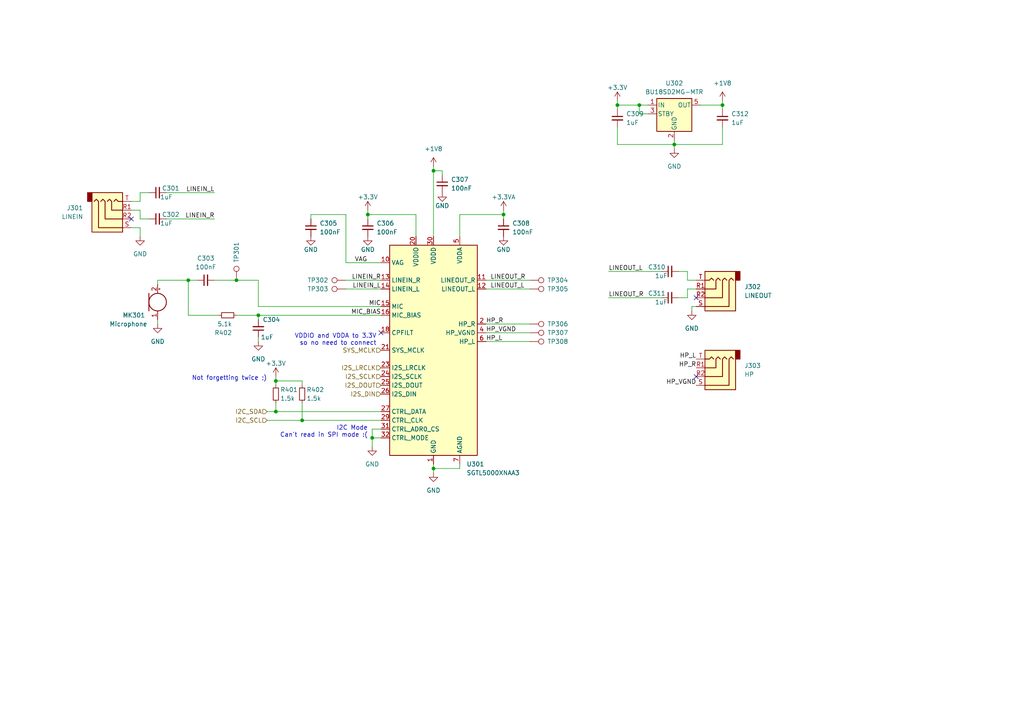
<source format=kicad_sch>
(kicad_sch (version 20230121) (generator eeschema)
  (paper "A4")
  (lib_symbols
    (symbol "Audio:SGTL5000XNAA3"
      (property "Reference" "U" (at 0 0 0))
      (property "Value" "SGTL5000XNAA3" (at -7.62 -31.75 0))
      (symbol "SGTL5000XNAA3_0_1"
        (rectangle (start -12.7 30.48) (end 12.7 -30.48) (stroke (width 0.254)) (fill (type background)))
      )
      (symbol "SGTL5000XNAA3_1_1"
        (pin power_in line (at 0 -33.02 90) (length 2.54) (name "GND") (number "1"))
        (pin passive line (at -15.24 25.4 0) (length 2.54) (name "VAG") (number "10"))
        (pin output line (at 15.24 20.32 180) (length 2.54) (name "LINEOUT_R") (number "11"))
        (pin output line (at 15.24 17.78 180) (length 2.54) (name "LINEOUT_L") (number "12"))
        (pin input line (at -15.24 20.32 0) (length 2.54) (name "LINEIN_R") (number "13"))
        (pin input line (at -15.24 17.78 0) (length 2.54) (name "LINEIN_L") (number "14"))
        (pin input line (at -15.24 12.7 0) (length 2.54) (name "MIC") (number "15"))
        (pin input line (at -15.24 10.16 0) (length 2.54) (name "MIC_BIAS") (number "16"))
        (pin no_connect line (at 10.16 -20.32 0) (length 2.54) hide (name "NC") (number "17"))
        (pin input line (at -15.24 5.08 0) (length 2.54) (name "CPFILT") (number "18"))
        (pin no_connect line (at 10.16 -2.54 0) (length 2.54) hide (name "NC") (number "19"))
        (pin output line (at 15.24 7.62 180) (length 2.54) (name "HP_R") (number "2"))
        (pin power_in line (at -5.08 33.02 270) (length 2.54) (name "VDDIO") (number "20"))
        (pin input line (at -15.24 0 0) (length 2.54) (name "SYS_MCLK") (number "21"))
        (pin no_connect line (at 10.16 -5.08 0) (length 2.54) hide (name "NC") (number "22"))
        (pin input line (at -15.24 -5.08 0) (length 2.54) (name "I2S_LRCLK") (number "23"))
        (pin input line (at -15.24 -7.62 0) (length 2.54) (name "I2S_SCLK") (number "24"))
        (pin output line (at -15.24 -10.16 0) (length 2.54) (name "I2S_DOUT") (number "25"))
        (pin input line (at -15.24 -12.7 0) (length 2.54) (name "I2S_DIN") (number "26"))
        (pin input line (at -15.24 -17.78 0) (length 2.54) (name "CTRL_DATA") (number "27"))
        (pin no_connect line (at 10.16 -7.62 0) (length 2.54) hide (name "NC") (number "28"))
        (pin input line (at -15.24 -20.32 0) (length 2.54) (name "CTRL_CLK") (number "29"))
        (pin passive line (at 0 -33.02 90) (length 2.54) hide (name "GND") (number "3"))
        (pin power_in line (at 0 33.02 270) (length 2.54) (name "VDDD") (number "30"))
        (pin input line (at -15.24 -22.86 0) (length 2.54) (name "CTRL_ADR0_CS") (number "31"))
        (pin input line (at -15.24 -25.4 0) (length 2.54) (name "CTRL_MODE") (number "32"))
        (pin passive line (at 0 -33.02 90) (length 2.54) hide (name "GND") (number "33"))
        (pin power_out line (at 15.24 5.08 180) (length 2.54) (name "HP_VGND") (number "4"))
        (pin power_in line (at 7.62 33.02 270) (length 2.54) (name "VDDA") (number "5"))
        (pin output line (at 15.24 2.54 180) (length 2.54) (name "HP_L") (number "6"))
        (pin power_in line (at 7.62 -33.02 90) (length 2.54) (name "AGND") (number "7"))
        (pin no_connect line (at 10.16 -15.24 0) (length 2.54) hide (name "NC") (number "8"))
        (pin no_connect line (at 10.16 -17.78 0) (length 2.54) hide (name "NC") (number "9"))
      )
    )
    (symbol "Connector:TestPoint" (pin_numbers hide) (pin_names (offset 0.762) hide)
      (property "Reference" "TP" (at 0 6.858 0))
      (property "Value" "TestPoint" (at 0 5.08 0))
      (symbol "TestPoint_0_1"
        (circle (center 0 3.302) (radius 0.762))
      )
      (symbol "TestPoint_1_1"
        (pin passive line (at 0 0 90) (length 2.54) (name "1") (number "1"))
      )
    )
    (symbol "Connector_Audio:AudioJack4"
      (property "Reference" "J" (at 0 8.89 0))
      (property "Value" "AudioJack4" (at 0 6.35 0))
      (symbol "AudioJack4_0_1"
        (rectangle (start -6.35 -5.08) (end -7.62 -7.62) (stroke (width 0.254)) (fill (type outline)))
        (polyline (pts (xy 0 -5.08) (xy 0.635 -5.715) (xy 1.27 -5.08) (xy 2.54 -5.08)) (stroke (width 0.254)))
        (polyline (pts (xy -5.715 -5.08) (xy -5.08 -5.715) (xy -4.445 -5.08) (xy -4.445 2.54) (xy 2.54 2.54)) (stroke (width 0.254)))
        (polyline (pts (xy -1.905 -5.08) (xy -1.27 -5.715) (xy -0.635 -5.08) (xy -0.635 -2.54) (xy 2.54 -2.54)) (stroke (width 0.254)))
        (polyline (pts (xy 2.54 0) (xy -2.54 0) (xy -2.54 -5.08) (xy -3.175 -5.715) (xy -3.81 -5.08)) (stroke (width 0.254)))
        (rectangle (start 2.54 3.81) (end -6.35 -7.62) (stroke (width 0.254)) (fill (type background)))
      )
      (symbol "AudioJack4_1_1"
        (pin passive line (at 5.08 -2.54 180) (length 2.54) (name "~") (number "R1"))
        (pin passive line (at 5.08 0 180) (length 2.54) (name "~") (number "R2"))
        (pin passive line (at 5.08 2.54 180) (length 2.54) (name "~") (number "S"))
        (pin passive line (at 5.08 -5.08 180) (length 2.54) (name "~") (number "T"))
      )
    )
    (symbol "Device:C_Small" (pin_numbers hide) (pin_names (offset 0.254) hide)
      (property "Reference" "C" (at 0.254 1.778 0))
      (property "Value" "C_Small" (at 0.254 -2.032 0))
      (symbol "C_Small_0_1"
        (polyline (pts (xy -1.524 -0.508) (xy 1.524 -0.508)) (stroke (width 0.3302)))
        (polyline (pts (xy -1.524 0.508) (xy 1.524 0.508)) (stroke (width 0.3048)))
      )
      (symbol "C_Small_1_1"
        (pin passive line (at 0 2.54 270) (length 2.032) (name "~") (number "1"))
        (pin passive line (at 0 -2.54 90) (length 2.032) (name "~") (number "2"))
      )
    )
    (symbol "Device:Microphone" (pin_names (offset 0.0254) hide)
      (property "Reference" "MK" (at -3.81 1.27 0))
      (property "Value" "Microphone" (at -3.81 -0.635 0))
      (symbol "Microphone_0_1"
        (polyline (pts (xy -2.54 2.54) (xy -2.54 -2.54)) (stroke (width 0.254)))
        (polyline (pts (xy 0.254 3.81) (xy 0.762 3.81)))
        (polyline (pts (xy 0.508 4.064) (xy 0.508 3.556)))
        (circle (center 0 0) (radius 2.54) (stroke (width 0.254)))
      )
      (symbol "Microphone_1_1"
        (pin passive line (at 0 -5.08 90) (length 2.54) (name "-") (number "1"))
        (pin passive line (at 0 5.08 270) (length 2.54) (name "+") (number "2"))
      )
    )
    (symbol "Device:R_Small" (pin_numbers hide) (pin_names (offset 0.254) hide)
      (property "Reference" "R" (at 0.762 0.508 0))
      (property "Value" "R_Small" (at 0.762 -1.016 0))
      (symbol "R_Small_0_1"
        (rectangle (start -0.762 1.778) (end 0.762 -1.778) (stroke (width 0.2032)))
      )
      (symbol "R_Small_1_1"
        (pin passive line (at 0 2.54 270) (length 0.762) (name "~") (number "1"))
        (pin passive line (at 0 -2.54 90) (length 0.762) (name "~") (number "2"))
      )
    )
    (symbol "WITNS_ROHM:BU18SD2MG-MTR" (pin_names (offset 0.254))
      (property "Reference" "U?" (at 0 9.525 0))
      (property "Value" "BU18SD2MG-MTR" (at 0 6.985 0))
      (symbol "BU18SD2MG-MTR_0_1"
        (rectangle (start -5.08 4.445) (end 5.08 -5.08) (stroke (width 0.254)) (fill (type background)))
      )
      (symbol "BU18SD2MG-MTR_1_1"
        (pin power_in line (at -7.62 2.54 0) (length 2.54) (name "IN") (number "1"))
        (pin power_in line (at 0 -7.62 90) (length 2.54) (name "GND") (number "2"))
        (pin input line (at -7.62 0 0) (length 2.54) (name "STBY") (number "3"))
        (pin no_connect line (at 5.08 0 180) (length 2.54) hide (name "NC") (number "4"))
        (pin power_out line (at 7.62 2.54 180) (length 2.54) (name "OUT") (number "5"))
      )
    )
    (symbol "power:+1V8" (power) (pin_names (offset 0))
      (property "Value" "+1V8" (at 0 3.556 0))
      (symbol "+1V8_0_1"
        (polyline (pts (xy -0.762 1.27) (xy 0 2.54)))
        (polyline (pts (xy 0 0) (xy 0 2.54)))
        (polyline (pts (xy 0 2.54) (xy 0.762 1.27)))
      )
      (symbol "+1V8_1_1"
        (pin power_in line (at 0 0 90) (length 0) hide (name "+1V8") (number "1"))
      )
    )
    (symbol "power:+3.3V" (power) (pin_names (offset 0))
      (property "Value" "+3.3V" (at 0 3.556 0))
      (symbol "+3.3V_0_1"
        (polyline (pts (xy -0.762 1.27) (xy 0 2.54)))
        (polyline (pts (xy 0 0) (xy 0 2.54)))
        (polyline (pts (xy 0 2.54) (xy 0.762 1.27)))
      )
      (symbol "+3.3V_1_1"
        (pin power_in line (at 0 0 90) (length 0) hide (name "+3.3V") (number "1"))
      )
    )
    (symbol "power:+3.3VA" (power) (pin_names (offset 0))
      (property "Value" "+3.3VA" (at 0 3.556 0))
      (symbol "+3.3VA_0_1"
        (polyline (pts (xy -0.762 1.27) (xy 0 2.54)))
        (polyline (pts (xy 0 0) (xy 0 2.54)))
        (polyline (pts (xy 0 2.54) (xy 0.762 1.27)))
      )
      (symbol "+3.3VA_1_1"
        (pin power_in line (at 0 0 90) (length 0) hide (name "+3.3VA") (number "1"))
      )
    )
    (symbol "power:GND" (power) (pin_names (offset 0))
      (property "Value" "GND" (at 0 -3.81 0))
      (symbol "GND_0_1"
        (polyline (pts (xy 0 0) (xy 0 -1.27) (xy 1.27 -1.27) (xy 0 -2.54) (xy -1.27 -1.27) (xy 0 -1.27)))
      )
      (symbol "GND_1_1"
        (pin power_in line (at 0 0 270) (length 0) hide (name "GND") (number "1"))
      )
    )
  )
  (junction (at 195.58 41.91))
  (junction (at 54.61 81.28))
  (junction (at 106.68 62.23))
  (junction (at 74.93 91.44))
  (junction (at 125.73 49.53))
  (junction (at 87.63 121.92))
  (junction (at 80.01 119.38))
  (junction (at 125.73 135.89))
  (junction (at 179.07 30.48))
  (junction (at 107.95 127))
  (junction (at 80.01 110.49))
  (junction (at 209.55 30.48))
  (junction (at 185.42 30.48))
  (junction (at 146.05 62.23))
  (junction (at 68.58 81.28))
  (no_connect (at 201.93 109.22))
  (no_connect (at 201.93 86.36))
  (no_connect (at 38.1 63.5))
  (no_connect (at 110.49 96.52))
  (wire (pts (xy 120.65 68.58) (xy 120.65 62.23)))
  (wire (pts (xy 100.33 76.2) (xy 100.33 62.23)))
  (wire (pts (xy 40.64 66.04) (xy 38.1 66.04)))
  (wire (pts (xy 203.2 30.48) (xy 209.55 30.48)))
  (wire (pts (xy 57.15 81.28) (xy 54.61 81.28)))
  (wire (pts (xy 209.55 31.75) (xy 209.55 30.48)))
  (wire (pts (xy 107.95 127) (xy 110.49 127)))
  (wire (pts (xy 74.93 97.79) (xy 74.93 99.06)))
  (wire (pts (xy 179.07 41.91) (xy 195.58 41.91)))
  (wire (pts (xy 80.01 116.84) (xy 80.01 119.38)))
  (wire (pts (xy 128.27 49.53) (xy 125.73 49.53)))
  (wire (pts (xy 196.85 78.74) (xy 199.39 78.74)))
  (wire (pts (xy 40.64 60.96) (xy 40.64 63.5)))
  (wire (pts (xy 48.26 63.5) (xy 62.23 63.5)))
  (wire (pts (xy 38.1 60.96) (xy 40.64 60.96)))
  (wire (pts (xy 80.01 110.49) (xy 87.63 110.49)))
  (wire (pts (xy 125.73 48.26) (xy 125.73 49.53)))
  (wire (pts (xy 68.58 81.28) (xy 62.23 81.28)))
  (wire (pts (xy 54.61 91.44) (xy 54.61 81.28)))
  (wire (pts (xy 179.07 31.75) (xy 179.07 30.48)))
  (wire (pts (xy 80.01 110.49) (xy 80.01 111.76)))
  (wire (pts (xy 80.01 109.22) (xy 80.01 110.49)))
  (wire (pts (xy 110.49 76.2) (xy 100.33 76.2)))
  (wire (pts (xy 199.39 81.28) (xy 201.93 81.28)))
  (wire (pts (xy 133.35 135.89) (xy 133.35 134.62)))
  (wire (pts (xy 187.96 33.02) (xy 185.42 33.02)))
  (wire (pts (xy 200.66 90.17) (xy 200.66 88.9)))
  (wire (pts (xy 140.97 83.82) (xy 153.67 83.82)))
  (wire (pts (xy 87.63 110.49) (xy 87.63 111.76)))
  (wire (pts (xy 140.97 81.28) (xy 153.67 81.28)))
  (wire (pts (xy 87.63 116.84) (xy 87.63 121.92)))
  (wire (pts (xy 43.18 55.88) (xy 40.64 55.88)))
  (wire (pts (xy 179.07 30.48) (xy 185.42 30.48)))
  (wire (pts (xy 199.39 78.74) (xy 199.39 81.28)))
  (wire (pts (xy 100.33 62.23) (xy 90.17 62.23)))
  (wire (pts (xy 87.63 121.92) (xy 110.49 121.92)))
  (wire (pts (xy 40.64 68.58) (xy 40.64 66.04)))
  (wire (pts (xy 128.27 50.8) (xy 128.27 49.53)))
  (wire (pts (xy 125.73 135.89) (xy 133.35 135.89)))
  (wire (pts (xy 106.68 60.96) (xy 106.68 62.23)))
  (wire (pts (xy 125.73 49.53) (xy 125.73 68.58)))
  (wire (pts (xy 209.55 30.48) (xy 209.55 29.21)))
  (wire (pts (xy 40.64 63.5) (xy 43.18 63.5)))
  (wire (pts (xy 77.47 119.38) (xy 80.01 119.38)))
  (wire (pts (xy 63.5 91.44) (xy 54.61 91.44)))
  (wire (pts (xy 68.58 91.44) (xy 74.93 91.44)))
  (wire (pts (xy 54.61 81.28) (xy 45.72 81.28)))
  (wire (pts (xy 140.97 96.52) (xy 153.67 96.52)))
  (wire (pts (xy 185.42 30.48) (xy 187.96 30.48)))
  (wire (pts (xy 90.17 62.23) (xy 90.17 63.5)))
  (wire (pts (xy 74.93 91.44) (xy 110.49 91.44)))
  (wire (pts (xy 48.26 55.88) (xy 62.23 55.88)))
  (wire (pts (xy 140.97 99.06) (xy 153.67 99.06)))
  (wire (pts (xy 125.73 134.62) (xy 125.73 135.89)))
  (wire (pts (xy 45.72 92.71) (xy 45.72 93.98)))
  (wire (pts (xy 100.33 81.28) (xy 110.49 81.28)))
  (wire (pts (xy 195.58 41.91) (xy 195.58 40.64)))
  (wire (pts (xy 185.42 33.02) (xy 185.42 30.48)))
  (wire (pts (xy 80.01 119.38) (xy 110.49 119.38)))
  (wire (pts (xy 199.39 83.82) (xy 201.93 83.82)))
  (wire (pts (xy 179.07 36.83) (xy 179.07 41.91)))
  (wire (pts (xy 176.53 86.36) (xy 191.77 86.36)))
  (wire (pts (xy 146.05 62.23) (xy 146.05 63.5)))
  (wire (pts (xy 179.07 30.48) (xy 179.07 29.21)))
  (wire (pts (xy 209.55 41.91) (xy 195.58 41.91)))
  (wire (pts (xy 45.72 81.28) (xy 45.72 82.55)))
  (wire (pts (xy 195.58 43.18) (xy 195.58 41.91)))
  (wire (pts (xy 146.05 60.96) (xy 146.05 62.23)))
  (wire (pts (xy 199.39 86.36) (xy 199.39 83.82)))
  (wire (pts (xy 209.55 36.83) (xy 209.55 41.91)))
  (wire (pts (xy 77.47 121.92) (xy 87.63 121.92)))
  (wire (pts (xy 74.93 91.44) (xy 74.93 92.71)))
  (wire (pts (xy 110.49 88.9) (xy 74.93 88.9)))
  (wire (pts (xy 120.65 62.23) (xy 106.68 62.23)))
  (wire (pts (xy 196.85 86.36) (xy 199.39 86.36)))
  (wire (pts (xy 100.33 83.82) (xy 110.49 83.82)))
  (wire (pts (xy 133.35 62.23) (xy 133.35 68.58)))
  (wire (pts (xy 107.95 129.54) (xy 107.95 127)))
  (wire (pts (xy 106.68 62.23) (xy 106.68 63.5)))
  (wire (pts (xy 146.05 62.23) (xy 133.35 62.23)))
  (wire (pts (xy 107.95 124.46) (xy 107.95 127)))
  (wire (pts (xy 110.49 124.46) (xy 107.95 124.46)))
  (wire (pts (xy 40.64 55.88) (xy 40.64 58.42)))
  (wire (pts (xy 140.97 93.98) (xy 153.67 93.98)))
  (wire (pts (xy 176.53 78.74) (xy 191.77 78.74)))
  (wire (pts (xy 125.73 135.89) (xy 125.73 137.16)))
  (wire (pts (xy 200.66 88.9) (xy 201.93 88.9)))
  (wire (pts (xy 74.93 88.9) (xy 74.93 81.28)))
  (wire (pts (xy 40.64 58.42) (xy 38.1 58.42)))
  (wire (pts (xy 74.93 81.28) (xy 68.58 81.28)))
  (text "VDDIO and VDDA to 3.3V\nso no need to connect" (at 109.22 100.33 0) (effects (font (size 1.27 1.27)) (justify right bottom)))
  (text "I2C Mode\nCan't read in SPI mode :(" (at 106.68 127 0) (effects (font (size 1.27 1.27)) (justify right bottom)))
  (text "Not forgetting twice ;)" (at 77.47 110.49 0) (effects (font (size 1.27 1.27)) (justify right bottom)))
  (label "LINEIN_R" (at 62.23 63.5 180))
  (label "HP_L" (at 201.93 104.14 180))
  (label "MIC" (at 110.49 88.9 180))
  (label "LINEOUT_R" (at 176.53 86.36 0))
  (label "VAG" (at 102.87 76.2 0))
  (label "HP_VGND" (at 140.97 96.52 0))
  (label "HP_L" (at 140.97 99.06 0))
  (label "HP_R" (at 140.97 93.98 0))
  (label "HP_R" (at 201.93 106.68 180))
  (label "LINEIN_R" (at 110.49 81.28 180))
  (label "HP_VGND" (at 201.93 111.76 180))
  (label "LINEIN_L" (at 110.49 83.82 180))
  (label "MIC_BIAS" (at 110.49 91.44 180))
  (label "LINEOUT_L" (at 142.24 83.82 0))
  (label "LINEOUT_L" (at 176.53 78.74 0))
  (label "LINEOUT_R" (at 142.24 81.28 0))
  (label "LINEIN_L" (at 62.23 55.88 180))
  (hierarchical_label "I2S_LRCLK" (shape input) (at 110.49 106.68 180))
  (hierarchical_label "I2C_SCL" (shape input) (at 77.47 121.92 180))
  (hierarchical_label "I2S_SCLK" (shape input) (at 110.49 109.22 180))
  (hierarchical_label "I2C_SDA" (shape input) (at 77.47 119.38 180))
  (hierarchical_label "SYS_MCLK" (shape input) (at 110.49 101.6 180))
  (hierarchical_label "I2S_DOUT" (shape input) (at 110.49 111.76 180))
  (hierarchical_label "I2S_DIN" (shape input) (at 110.49 114.3 180))
  (symbol (lib_id "Device:C_Small") (at 59.69 81.28 90) (unit 1)
    (property "Reference" "C303" (at 59.6963 74.93 90))
    (property "Value" "100nF" (at 59.6963 77.47 90))
    (property "Footprint" "Capacitor_SMD:C_0402_1005Metric" (effects hide))
    (property "LCSC Part" "C1525" (effects hide))
    (instances (project "audio_iface" (path "" (reference "C303") (unit 1))) (project "test_SGTL5000" (path "" (reference "C301") (unit 1))))
  )
  (symbol (lib_id "power:+1V8") (at 125.73 48.26 0) (unit 1)
    (property "Reference" "#PWR0309" (effects hide))
    (property "Value" "+1V8" (at 125.73 43.18 0))
    (instances (project "audio_iface" (path "" (reference "#PWR0309") (unit 1))) (project "test_SGTL5000" (path "" (reference "#PWR0307") (unit 1))))
  )
  (symbol (lib_id "power:GND") (at 106.68 68.58 0) (unit 1)
    (property "Reference" "#PWR0307" (effects hide))
    (property "Value" "GND" (at 106.68 72.39 0))
    (instances (project "audio_iface" (path "" (reference "#PWR0307") (unit 1))) (project "test_SGTL5000" (path "" (reference "#PWR0306") (unit 1))))
  )
  (symbol (lib_id "Connector:TestPoint") (at 100.33 83.82 90) (unit 1)
    (property "Reference" "TP303" (at 95.25 83.82 90) (effects (justify left)))
    (property "Value" "L" (effects hide))
    (property "Footprint" "Connector_Pin:Pin_D1.1mm_L8.5mm_W2.5mm_FlatFork" (effects hide))
  )
  (symbol (lib_id "Device:Microphone") (at 45.72 87.63 0) (unit 1)
    (property "Reference" "MK301" (at 35.56 91.44 0) (effects (justify left)))
    (property "Value" "Microphone" (at 31.75 93.98 0) (effects (justify left)))
    (property "Footprint" "WITNS:Electret_ABM-713-RC" (effects hide))
    (property "Farnell" "2066499" (effects hide))
  )
  (symbol (lib_id "power:GND") (at 125.73 137.16 0) (mirror y) (unit 1)
    (property "Reference" "#PWR0310" (effects hide))
    (property "Value" "GND" (at 125.73 142.24 0))
  )
  (symbol (lib_id "Connector:TestPoint") (at 153.67 83.82 270) (mirror x) (unit 1)
    (property "Reference" "TP305" (at 158.75 83.82 90) (effects (justify left)))
    (property "Value" "L" (effects hide))
    (property "Footprint" "Connector_Pin:Pin_D1.1mm_L8.5mm_W2.5mm_FlatFork" (effects hide))
  )
  (symbol (lib_id "power:GND") (at 146.05 68.58 0) (unit 1)
    (property "Reference" "#PWR0313" (effects hide))
    (property "Value" "GND" (at 146.05 72.39 0))
    (instances (project "audio_iface" (path "" (reference "#PWR0313") (unit 1))) (project "test_SGTL5000" (path "" (reference "#PWR0311") (unit 1))))
  )
  (symbol (lib_id "Device:C_Small") (at 128.27 53.34 0) (unit 1)
    (property "Reference" "C307" (at 130.81 52.0762 0) (effects (justify left)))
    (property "Value" "100nF" (at 130.81 54.6162 0) (effects (justify left)))
    (property "Footprint" "Capacitor_SMD:C_0402_1005Metric" (effects hide))
    (property "LCSC Part" "C1525" (effects hide))
    (instances (project "audio_iface" (path "" (reference "C307") (unit 1))) (project "test_SGTL5000" (path "" (reference "C303") (unit 1))))
  )
  (symbol (lib_id "Connector_Audio:AudioJack4") (at 33.02 63.5 0) (mirror x) (unit 1)
    (property "Reference" "J301" (at 24.13 60.325 0) (effects (justify right)))
    (property "Value" "LINEIN" (at 24.13 62.865 0) (effects (justify right)))
    (property "Footprint" "Connector_Audio:Jack_3.5mm_PJ320D_Horizontal" (effects hide))
    (property "LCSC Part" "C431535" (effects hide))
  )
  (symbol (lib_id "Connector:TestPoint") (at 153.67 81.28 270) (mirror x) (unit 1)
    (property "Reference" "TP304" (at 158.75 81.28 90) (effects (justify left)))
    (property "Value" "R" (effects hide))
    (property "Footprint" "Connector_Pin:Pin_D1.1mm_L8.5mm_W2.5mm_FlatFork" (effects hide))
  )
  (symbol (lib_id "power:+3.3V") (at 80.01 109.22 0) (unit 1)
    (property "Reference" "#PWR0201" (effects hide))
    (property "Value" "+3.3V" (at 80.01 105.41 0))
    (instances (project "audio_iface" (path "" (reference "#PWR0201") (unit 1)) (path "" (reference "#PWR0304") (unit 1))))
  )
  (symbol (lib_id "WITNS_ROHM:BU18SD2MG-MTR") (at 195.58 33.02 0) (unit 1)
    (property "Reference" "U302" (at 195.58 24.13 0))
    (property "Value" "BU18SD2MG-MTR" (at 195.58 26.67 0))
    (property "Footprint" "Package_TO_SOT_SMD:SOT-23-5" (effects hide))
    (property "Datasheet" "https://fscdn.rohm.com/en/products/databook/datasheet/ic/power/linear_regulator/buxxsd2mg-m-e.pdf" (effects hide))
    (property "LCSC Part" "C3750384" (effects hide))
  )
  (symbol (lib_id "Connector:TestPoint") (at 68.58 81.28 0) (unit 1)
    (property "Reference" "TP301" (at 68.58 76.2 90) (effects (justify left)))
    (property "Value" "MIC" (effects hide))
    (property "Footprint" "Connector_Pin:Pin_D1.1mm_L8.5mm_W2.5mm_FlatFork" (effects hide))
  )
  (symbol (lib_id "Device:C_Small") (at 209.55 34.29 0) (unit 1)
    (property "Reference" "C312" (at 212.09 33.0263 0) (effects (justify left)))
    (property "Value" "1uF" (at 212.09 35.5663 0) (effects (justify left)))
    (property "Footprint" "Capacitor_SMD:C_0603_1608Metric" (effects hide))
    (property "LCSC Part" "C15849" (effects hide))
  )
  (symbol (lib_id "Connector:TestPoint") (at 153.67 96.52 270) (mirror x) (unit 1)
    (property "Reference" "TP307" (at 158.75 96.52 90) (effects (justify left)))
    (property "Value" "HP GND" (effects hide))
    (property "Footprint" "Connector_Pin:Pin_D1.1mm_L8.5mm_W2.5mm_FlatFork" (effects hide))
  )
  (symbol (lib_id "Device:C_Small") (at 194.31 86.36 90) (unit 1)
    (property "Reference" "C311" (at 190.5 85.09 90))
    (property "Value" "1uF" (at 191.77 87.63 90))
    (property "Footprint" "Capacitor_SMD:C_0603_1608Metric" (effects hide))
    (property "LCSC Part" "C15849" (effects hide))
  )
  (symbol (lib_id "Connector:TestPoint") (at 153.67 99.06 270) (mirror x) (unit 1)
    (property "Reference" "TP308" (at 158.75 99.06 90) (effects (justify left)))
    (property "Value" "L" (effects hide))
    (property "Footprint" "Connector_Pin:Pin_D1.1mm_L8.5mm_W2.5mm_FlatFork" (effects hide))
  )
  (symbol (lib_id "power:+1V8") (at 209.55 29.21 0) (unit 1)
    (property "Reference" "#PWR0317" (effects hide))
    (property "Value" "+1V8" (at 209.55 24.13 0))
    (instances (project "audio_iface" (path "" (reference "#PWR0317") (unit 1))) (project "test_SGTL5000" (path "" (reference "#PWR0307") (unit 1))))
  )
  (symbol (lib_id "power:GND") (at 90.17 68.58 0) (unit 1)
    (property "Reference" "#PWR0305" (effects hide))
    (property "Value" "GND" (at 90.17 72.39 0))
    (instances (project "audio_iface" (path "" (reference "#PWR0305") (unit 1))) (project "test_SGTL5000" (path "" (reference "#PWR0304") (unit 1))))
  )
  (symbol (lib_id "Device:C_Small") (at 90.17 66.04 0) (unit 1)
    (property "Reference" "C305" (at 92.71 64.7762 0) (effects (justify left)))
    (property "Value" "100nF" (at 92.71 67.3162 0) (effects (justify left)))
    (property "Footprint" "Capacitor_SMD:C_0402_1005Metric" (effects hide))
    (property "LCSC Part" "C1525" (effects hide))
    (instances (project "audio_iface" (path "" (reference "C305") (unit 1))) (project "test_SGTL5000" (path "" (reference "C301") (unit 1))))
  )
  (symbol (lib_id "power:GND") (at 74.93 99.06 0) (unit 1)
    (property "Reference" "#PWR0303" (effects hide))
    (property "Value" "GND" (at 74.93 104.14 0))
  )
  (symbol (lib_id "Device:C_Small") (at 45.72 63.5 90) (unit 1)
    (property "Reference" "C302" (at 49.53 62.23 90))
    (property "Value" "1uF" (at 48.26 64.77 90))
    (property "Footprint" "Capacitor_SMD:C_0603_1608Metric" (effects hide))
    (property "LCSC Part" "C15849" (effects hide))
  )
  (symbol (lib_id "power:+3.3V") (at 179.07 29.21 0) (unit 1)
    (property "Reference" "#PWR0201" (effects hide))
    (property "Value" "+3.3V" (at 179.07 25.4 0))
    (instances (project "audio_iface" (path "" (reference "#PWR0201") (unit 1)) (path "" (reference "#PWR0314") (unit 1))))
  )
  (symbol (lib_id "Device:R_Small") (at 80.01 114.3 0) (unit 1)
    (property "Reference" "R401" (at 81.28 113.03 0) (effects (justify left)))
    (property "Value" "1.5k" (at 81.28 115.57 0) (effects (justify left)))
    (property "Footprint" "Resistor_SMD:R_0402_1005Metric" (effects hide))
    (instances (project "audio_iface" (path "" (reference "R401") (unit 1)) (path "" (reference "R302") (unit 1))) (project "test_SGTL5000" (path "" (reference "R401") (unit 1))))
  )
  (symbol (lib_id "power:GND") (at 200.66 90.17 0) (unit 1)
    (property "Reference" "#PWR0316" (effects hide))
    (property "Value" "GND" (at 200.66 95.25 0))
  )
  (symbol (lib_id "Connector_Audio:AudioJack4") (at 207.01 109.22 180) (unit 1)
    (property "Reference" "J303" (at 215.9 106.045 0) (effects (justify right)))
    (property "Value" "HP" (at 215.9 108.585 0) (effects (justify right)))
    (property "Footprint" "Connector_Audio:Jack_3.5mm_PJ320D_Horizontal" (effects hide))
    (property "LCSC Part" "C431535" (effects hide))
  )
  (symbol (lib_id "Device:C_Small") (at 146.05 66.04 0) (unit 1)
    (property "Reference" "C308" (at 148.59 64.7762 0) (effects (justify left)))
    (property "Value" "100nF" (at 148.59 67.3162 0) (effects (justify left)))
    (property "Footprint" "Capacitor_SMD:C_0402_1005Metric" (effects hide))
    (property "LCSC Part" "C1525" (effects hide))
    (instances (project "audio_iface" (path "" (reference "C308") (unit 1))) (project "test_SGTL5000" (path "" (reference "C304") (unit 1))))
  )
  (symbol (lib_id "Device:C_Small") (at 45.72 55.88 90) (unit 1)
    (property "Reference" "C301" (at 49.53 54.61 90))
    (property "Value" "1uF" (at 48.26 57.15 90))
    (property "Footprint" "Capacitor_SMD:C_0603_1608Metric" (effects hide))
    (property "LCSC Part" "C15849" (effects hide))
  )
  (symbol (lib_id "Connector_Audio:AudioJack4") (at 207.01 86.36 180) (unit 1)
    (property "Reference" "J302" (at 215.9 83.185 0) (effects (justify right)))
    (property "Value" "LINEOUT" (at 215.9 85.725 0) (effects (justify right)))
    (property "Footprint" "Connector_Audio:Jack_3.5mm_PJ320D_Horizontal" (effects hide))
    (property "LCSC Part" "C431535" (effects hide))
  )
  (symbol (lib_id "Connector:TestPoint") (at 100.33 81.28 90) (unit 1)
    (property "Reference" "TP302" (at 95.25 81.28 90) (effects (justify left)))
    (property "Value" "R" (effects hide))
    (property "Footprint" "Connector_Pin:Pin_D1.1mm_L8.5mm_W2.5mm_FlatFork" (effects hide))
  )
  (symbol (lib_id "Device:C_Small") (at 194.31 78.74 90) (unit 1)
    (property "Reference" "C310" (at 190.5 77.47 90))
    (property "Value" "1uF" (at 191.77 80.01 90))
    (property "Footprint" "Capacitor_SMD:C_0603_1608Metric" (effects hide))
    (property "LCSC Part" "C15849" (effects hide))
  )
  (symbol (lib_id "Device:R_Small") (at 87.63 114.3 0) (unit 1)
    (property "Reference" "R402" (at 88.9 113.03 0) (effects (justify left)))
    (property "Value" "1.5k" (at 88.9 115.57 0) (effects (justify left)))
    (property "Footprint" "Resistor_SMD:R_0402_1005Metric" (effects hide))
    (instances (project "audio_iface" (path "" (reference "R402") (unit 1)) (path "" (reference "R303") (unit 1))) (project "test_SGTL5000" (path "" (reference "R402") (unit 1))))
  )
  (symbol (lib_id "Device:C_Small") (at 74.93 95.25 180) (unit 1)
    (property "Reference" "C304" (at 78.74 92.71 0))
    (property "Value" "1uF" (at 77.47 97.79 0))
    (property "Footprint" "Capacitor_SMD:C_0603_1608Metric" (effects hide))
    (property "LCSC Part" "C15849" (effects hide))
  )
  (symbol (lib_id "power:GND") (at 195.58 43.18 0) (unit 1)
    (property "Reference" "#PWR0315" (effects hide))
    (property "Value" "GND" (at 195.58 48.26 0))
  )
  (symbol (lib_id "power:GND") (at 45.72 93.98 0) (unit 1)
    (property "Reference" "#PWR0302" (effects hide))
    (property "Value" "GND" (at 45.72 99.06 0))
  )
  (symbol (lib_id "power:+3.3VA") (at 146.05 60.96 0) (unit 1)
    (property "Reference" "#PWR0312" (effects hide))
    (property "Value" "+3.3VA" (at 146.05 57.15 0))
    (instances (project "audio_iface" (path "" (reference "#PWR0312") (unit 1))) (project "test_SGTL5000" (path "" (reference "#PWR0310") (unit 1))))
  )
  (symbol (lib_id "Device:C_Small") (at 106.68 66.04 0) (unit 1)
    (property "Reference" "C306" (at 109.22 64.7762 0) (effects (justify left)))
    (property "Value" "100nF" (at 109.22 67.3162 0) (effects (justify left)))
    (property "Footprint" "Capacitor_SMD:C_0402_1005Metric" (effects hide))
    (property "LCSC Part" "C1525" (effects hide))
    (instances (project "audio_iface" (path "" (reference "C306") (unit 1))) (project "test_SGTL5000" (path "" (reference "C302") (unit 1))))
  )
  (symbol (lib_id "power:GND") (at 40.64 68.58 0) (unit 1)
    (property "Reference" "#PWR0301" (effects hide))
    (property "Value" "GND" (at 40.64 73.66 0))
  )
  (symbol (lib_id "power:GND") (at 107.95 129.54 0) (mirror y) (unit 1)
    (property "Reference" "#PWR0308" (effects hide))
    (property "Value" "GND" (at 107.95 134.62 0))
  )
  (symbol (lib_id "Device:C_Small") (at 179.07 34.29 0) (unit 1)
    (property "Reference" "C309" (at 181.61 33.0263 0) (effects (justify left)))
    (property "Value" "1uF" (at 181.61 35.5663 0) (effects (justify left)))
    (property "Footprint" "Capacitor_SMD:C_0603_1608Metric" (effects hide))
    (property "LCSC Part" "C15849" (effects hide))
  )
  (symbol (lib_id "power:+3.3V") (at 106.68 60.96 0) (unit 1)
    (property "Reference" "#PWR0201" (effects hide))
    (property "Value" "+3.3V" (at 106.68 57.15 0))
    (instances (project "audio_iface" (path "" (reference "#PWR0201") (unit 1)) (path "" (reference "#PWR0306") (unit 1))))
  )
  (symbol (lib_id "Connector:TestPoint") (at 153.67 93.98 270) (mirror x) (unit 1)
    (property "Reference" "TP306" (at 158.75 93.98 90) (effects (justify left)))
    (property "Value" "R" (effects hide))
    (property "Footprint" "Connector_Pin:Pin_D1.1mm_L8.5mm_W2.5mm_FlatFork" (effects hide))
  )
  (symbol (lib_id "power:GND") (at 128.27 55.88 0) (unit 1)
    (property "Reference" "#PWR0311" (effects hide))
    (property "Value" "GND" (at 128.27 59.69 0))
    (instances (project "audio_iface" (path "" (reference "#PWR0311") (unit 1))) (project "test_SGTL5000" (path "" (reference "#PWR0309") (unit 1))))
  )
  (symbol (lib_id "Audio:SGTL5000XNAA3") (at 125.73 101.6 0) (unit 1)
    (property "Reference" "U301" (at 135.3059 134.62 0) (effects (justify left)))
    (property "Value" "SGTL5000XNAA3" (at 135.3059 137.16 0) (effects (justify left)))
    (property "Footprint" "Package_DFN_QFN:QFN-32-1EP_5x5mm_P0.5mm_EP3.6x3.6mm" (effects hide))
    (property "Datasheet" "https://www.nxp.com/docs/en/data-sheet/SGTL5000.pdf" (effects hide))
    (property "LCSC Part" "C511764" (effects hide))
  )
  (symbol (lib_id "Device:R_Small") (at 66.04 91.44 90) (unit 1)
    (property "Reference" "R402" (at 67.31 96.52 90) (effects (justify left)))
    (property "Value" "5.1k" (at 67.31 93.98 90) (effects (justify left)))
    (property "Footprint" "Resistor_SMD:R_0402_1005Metric" (effects hide))
    (property "LCSC Part" "C2906948" (effects hide))
    (instances (project "audio_iface" (path "" (reference "R402") (unit 1)) (path "" (reference "R301") (unit 1))) (project "test_SGTL5000" (path "" (reference "R402") (unit 1))))
  )
)
</source>
